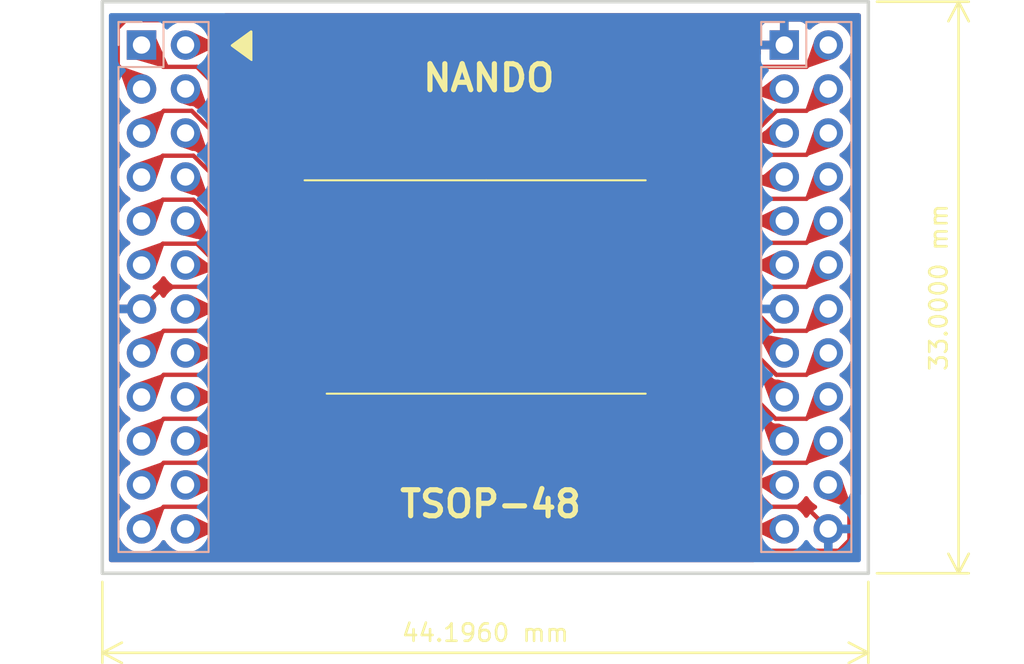
<source format=kicad_pcb>
(kicad_pcb (version 20221018) (generator pcbnew)
  (layers (0 "F.Cu" signal) (31 "B.Cu" signal) (34 "B.Paste" user) (35 "F.Paste" user) (36 "B.SilkS" user "B.Silkscreen") (37 "F.SilkS" user "F.Silkscreen") (38 "B.Mask" user) (39 "F.Mask" user) (44 "Edge.Cuts" user))
  (net 0 "")
  (net 1 "Net-(J1-Pin_1)")
  (net 2 "Net-(J1-Pin_2)")
  (net 3 "Net-(J1-Pin_3)")
  (net 4 "Net-(J1-Pin_4)")
  (net 5 "Net-(J1-Pin_5)")
  (net 6 "Net-(J1-Pin_6)")
  (net 7 "Net-(J1-Pin_7)")
  (net 8 "Net-(J1-Pin_8)")
  (net 9 "Net-(J1-Pin_9)")
  (net 10 "Net-(J1-Pin_10)")
  (net 11 "Net-(J1-Pin_11)")
  (net 12 "Net-(J1-Pin_12)")
  (net 13 "GND")
  (net 14 "Net-(J1-Pin_14)")
  (net 15 "Net-(J1-Pin_15)")
  (net 16 "Net-(J1-Pin_16)")
  (net 17 "Net-(J1-Pin_17)")
  (net 18 "Net-(J1-Pin_18)")
  (net 19 "Net-(J1-Pin_19)")
  (net 20 "Net-(J1-Pin_20)")
  (net 21 "Net-(J1-Pin_21)")
  (net 22 "Net-(J1-Pin_22)")
  (net 23 "Net-(J1-Pin_23)")
  (net 24 "Net-(J1-Pin_24)")
  (net 25 "Net-(J2-Pin_26)")
  (net 26 "Net-(J2-Pin_27)")
  (net 27 "Net-(J2-Pin_28)")
  (net 28 "Net-(J2-Pin_29)")
  (net 29 "Net-(J2-Pin_30)")
  (net 30 "Net-(J2-Pin_31)")
  (net 31 "Net-(J2-Pin_32)")
  (net 32 "Net-(J2-Pin_33)")
  (net 33 "Net-(J2-Pin_34)")
  (net 34 "Net-(J2-Pin_35)")
  (net 35 "Net-(J2-Pin_37)")
  (net 36 "Net-(J2-Pin_38)")
  (net 37 "Net-(J2-Pin_39)")
  (net 38 "Net-(J2-Pin_40)")
  (net 39 "Net-(J2-Pin_41)")
  (net 40 "Net-(J2-Pin_42)")
  (net 41 "Net-(J2-Pin_43)")
  (net 42 "Net-(J2-Pin_44)")
  (net 43 "Net-(J2-Pin_45)")
  (net 44 "Net-(J2-Pin_46)")
  (net 45 "Net-(J2-Pin_47)")
  (footprint "Package_SO:TSOP-I-48_18.4x12mm_P0.5mm" (layer "F.Cu") (at 156.78 93.49)
    (fp_text reference "P1" hide)
    (fp_text value "TSOP-48")
    (fp_line (start 0 -6.16) (end -10.475 -6.16) (stroke (width 0.12)) (layer "F.SilkS"))
    (fp_line (start 0 -6.16) (end 9.2 -6.16) (stroke (width 0.12)) (layer "F.SilkS"))
    (fp_line (start 0 6.16) (end -9.2 6.16) (stroke (width 0.12)) (layer "F.SilkS"))
    (fp_line (start 0 6.16) (end 9.2 6.16) (stroke (width 0.12)) (layer "F.SilkS"))
    (pad "1" smd roundrect (at -9.6875 -5.75) (size 1.575 0.3) (layers "F.Cu" "F.Paste" "F.Mask") (net 1 "Net-(J1-Pin_1)"))
    (pad "2" smd roundrect (at -9.6875 -5.25) (size 1.575 0.3) (layers "F.Cu" "F.Paste" "F.Mask") (net 2 "Net-(J1-Pin_2)"))
    (pad "3" smd roundrect (at -9.6875 -4.75) (size 1.575 0.3) (layers "F.Cu" "F.Paste" "F.Mask") (net 3 "Net-(J1-Pin_3)"))
    (pad "4" smd roundrect (at -9.6875 -4.25) (size 1.575 0.3) (layers "F.Cu" "F.Paste" "F.Mask") (net 4 "Net-(J1-Pin_4)"))
    (pad "5" smd roundrect (at -9.6875 -3.75) (size 1.575 0.3) (layers "F.Cu" "F.Paste" "F.Mask") (net 5 "Net-(J1-Pin_5)"))
    (pad "6" smd roundrect (at -9.6875 -3.25) (size 1.575 0.3) (layers "F.Cu" "F.Paste" "F.Mask") (net 6 "Net-(J1-Pin_6)"))
    (pad "7" smd roundrect (at -9.6875 -2.75) (size 1.575 0.3) (layers "F.Cu" "F.Paste" "F.Mask") (net 7 "Net-(J1-Pin_7)"))
    (pad "8" smd roundrect (at -9.6875 -2.25) (size 1.575 0.3) (layers "F.Cu" "F.Paste" "F.Mask") (net 8 "Net-(J1-Pin_8)"))
    (pad "9" smd roundrect (at -9.6875 -1.75) (size 1.575 0.3) (layers "F.Cu" "F.Paste" "F.Mask") (net 9 "Net-(J1-Pin_9)"))
    (pad "10" smd roundrect (at -9.6875 -1.25) (size 1.575 0.3) (layers "F.Cu" "F.Paste" "F.Mask") (net 10 "Net-(J1-Pin_10)"))
    (pad "11" smd roundrect (at -9.6875 -0.75) (size 1.575 0.3) (layers "F.Cu" "F.Paste" "F.Mask") (net 11 "Net-(J1-Pin_11)"))
    (pad "12" smd roundrect (at -9.6875 -0.25) (size 1.575 0.3) (layers "F.Cu" "F.Paste" "F.Mask") (net 12 "Net-(J1-Pin_12)"))
    (pad "13" smd roundrect (at -9.6875 0.25) (size 1.575 0.3) (layers "F.Cu" "F.Paste" "F.Mask") (net 13 "GND"))
    (pad "14" smd roundrect (at -9.6875 0.75) (size 1.575 0.3) (layers "F.Cu" "F.Paste" "F.Mask") (net 14 "Net-(J1-Pin_14)"))
    (pad "15" smd roundrect (at -9.6875 1.25) (size 1.575 0.3) (layers "F.Cu" "F.Paste" "F.Mask") (net 15 "Net-(J1-Pin_15)"))
    (pad "16" smd roundrect (at -9.6875 1.75) (size 1.575 0.3) (layers "F.Cu" "F.Paste" "F.Mask") (net 16 "Net-(J1-Pin_16)"))
    (pad "17" smd roundrect (at -9.6875 2.25) (size 1.575 0.3) (layers "F.Cu" "F.Paste" "F.Mask") (net 17 "Net-(J1-Pin_17)"))
    (pad "18" smd roundrect (at -9.6875 2.75) (size 1.575 0.3) (layers "F.Cu" "F.Paste" "F.Mask") (net 18 "Net-(J1-Pin_18)"))
    (pad "19" smd roundrect (at -9.6875 3.25) (size 1.575 0.3) (layers "F.Cu" "F.Paste" "F.Mask") (net 19 "Net-(J1-Pin_19)"))
    (pad "20" smd roundrect (at -9.6875 3.75) (size 1.575 0.3) (layers "F.Cu" "F.Paste" "F.Mask") (net 20 "Net-(J1-Pin_20)"))
    (pad "21" smd roundrect (at -9.6875 4.25) (size 1.575 0.3) (layers "F.Cu" "F.Paste" "F.Mask") (net 21 "Net-(J1-Pin_21)"))
    (pad "22" smd roundrect (at -9.6875 4.75) (size 1.575 0.3) (layers "F.Cu" "F.Paste" "F.Mask") (net 22 "Net-(J1-Pin_22)"))
    (pad "23" smd roundrect (at -9.6875 5.25) (size 1.575 0.3) (layers "F.Cu" "F.Paste" "F.Mask") (net 23 "Net-(J1-Pin_23)"))
    (pad "24" smd roundrect (at -9.6875 5.75) (size 1.575 0.3) (layers "F.Cu" "F.Paste" "F.Mask") (net 24 "Net-(J1-Pin_24)"))
    (pad "25" smd roundrect (at 9.6875 5.75) (size 1.575 0.3) (layers "F.Cu" "F.Paste" "F.Mask") (net 13 "GND"))
    (pad "26" smd roundrect (at 9.6875 5.25) (size 1.575 0.3) (layers "F.Cu" "F.Paste" "F.Mask") (net 25 "Net-(J2-Pin_26)"))
    (pad "27" smd roundrect (at 9.6875 4.75) (size 1.575 0.3) (layers "F.Cu" "F.Paste" "F.Mask") (net 26 "Net-(J2-Pin_27)"))
    (pad "28" smd roundrect (at 9.6875 4.25) (size 1.575 0.3) (layers "F.Cu" "F.Paste" "F.Mask") (net 27 "Net-(J2-Pin_28)"))
    (pad "29" smd roundrect (at 9.6875 3.75) (size 1.575 0.3) (layers "F.Cu" "F.Paste" "F.Mask") (net 28 "Net-(J2-Pin_29)"))
    (pad "30" smd roundrect (at 9.6875 3.25) (size 1.575 0.3) (layers "F.Cu" "F.Paste" "F.Mask") (net 29 "Net-(J2-Pin_30)"))
    (pad "31" smd roundrect (at 9.6875 2.75) (size 1.575 0.3) (layers "F.Cu" "F.Paste" "F.Mask") (net 30 "Net-(J2-Pin_31)"))
    (pad "32" smd roundrect (at 9.6875 2.25) (size 1.575 0.3) (layers "F.Cu" "F.Paste" "F.Mask") (net 31 "Net-(J2-Pin_32)"))
    (pad "33" smd roundrect (at 9.6875 1.75) (size 1.575 0.3) (layers "F.Cu" "F.Paste" "F.Mask") (net 32 "Net-(J2-Pin_33)"))
    (pad "34" smd roundrect (at 9.6875 1.25) (size 1.575 0.3) (layers "F.Cu" "F.Paste" "F.Mask") (net 33 "Net-(J2-Pin_34)"))
    (pad "35" smd roundrect (at 9.6875 0.75) (size 1.575 0.3) (layers "F.Cu" "F.Paste" "F.Mask") (net 34 "Net-(J2-Pin_35)"))
    (pad "36" smd roundrect (at 9.6875 0.25) (size 1.575 0.3) (layers "F.Cu" "F.Paste" "F.Mask") (net 13 "GND"))
    (pad "37" smd roundrect (at 9.6875 -0.25) (size 1.575 0.3) (layers "F.Cu" "F.Paste" "F.Mask") (net 35 "Net-(J2-Pin_37)"))
    (pad "38" smd roundrect (at 9.6875 -0.75) (size 1.575 0.3) (layers "F.Cu" "F.Paste" "F.Mask") (net 36 "Net-(J2-Pin_38)"))
    (pad "39" smd roundrect (at 9.6875 -1.25) (size 1.575 0.3) (layers "F.Cu" "F.Paste" "F.Mask") (net 37 "Net-(J2-Pin_39)"))
    (pad "40" smd roundrect (at 9.6875 -1.75) (size 1.575 0.3) (layers "F.Cu" "F.Paste" "F.Mask") (net 38 "Net-(J2-Pin_40)"))
    (pad "41" smd roundrect (at 9.6875 -2.25) (size 1.575 0.3) (layers "F.Cu" "F.Paste" "F.Mask") (net 39 "Net-(J2-Pin_41)"))
    (pad "42" smd roundrect (at 9.6875 -2.75) (size 1.575 0.3) (layers "F.Cu" "F.Paste" "F.Mask") (net 40 "Net-(J2-Pin_42)"))
    (pad "43" smd roundrect (at 9.6875 -3.25) (size 1.575 0.3) (layers "F.Cu" "F.Paste" "F.Mask") (net 41 "Net-(J2-Pin_43)"))
    (pad "44" smd roundrect (at 9.6875 -3.75) (size 1.575 0.3) (layers "F.Cu" "F.Paste" "F.Mask") (net 42 "Net-(J2-Pin_44)"))
    (pad "45" smd roundrect (at 9.6875 -4.25) (size 1.575 0.3) (layers "F.Cu" "F.Paste" "F.Mask") (net 43 "Net-(J2-Pin_45)"))
    (pad "46" smd roundrect (at 9.6875 -4.75) (size 1.575 0.3) (layers "F.Cu" "F.Paste" "F.Mask") (net 44 "Net-(J2-Pin_46)"))
    (pad "47" smd roundrect (at 9.6875 -5.25) (size 1.575 0.3) (layers "F.Cu" "F.Paste" "F.Mask") (net 45 "Net-(J2-Pin_47)"))
    (pad "48" smd roundrect (at 9.6875 -5.75) (size 1.575 0.3) (layers "F.Cu" "F.Paste" "F.Mask") (net 13 "GND"))
  )
  (footprint "lib_fp:PinSocket_2x12_P2.54mm_Vertical_2" (layer "B.Cu") (at 173.978 79.52 180)
    (fp_text reference "J2" hide)
    (fp_text value "Conn_02x12_Odd_Even_2")
    (fp_line (start -3.87 -29.27) (end 1.33 -29.27) (stroke (width 0.12)) (layer "B.SilkS"))
    (fp_line (start -3.87 1.33) (end -3.87 -29.27) (stroke (width 0.12)) (layer "B.SilkS"))
    (fp_line (start -3.87 1.33) (end -1.27 1.33) (stroke (width 0.12)) (layer "B.SilkS"))
    (fp_line (start -1.27 -1.27) (end 1.33 -1.27) (stroke (width 0.12)) (layer "B.SilkS"))
    (fp_line (start -1.27 1.33) (end -1.27 -1.27) (stroke (width 0.12)) (layer "B.SilkS"))
    (fp_line (start 0 1.33) (end 1.33 1.33) (stroke (width 0.12)) (layer "B.SilkS"))
    (fp_line (start 1.33 -1.27) (end 1.33 -29.27) (stroke (width 0.12)) (layer "B.SilkS"))
    (fp_line (start 1.33 1.33) (end 1.33 0) (stroke (width 0.12)) (layer "B.SilkS"))
    (pad "25" thru_hole oval (at -2.54 -27.94 180) (size 1.7 1.7) (drill 1) (layers "*.Cu" "*.Mask") (net 13 "GND"))
    (pad "26" thru_hole oval (at 0 -27.94 180) (size 1.7 1.7) (drill 1) (layers "*.Cu" "*.Mask") (net 25 "Net-(J2-Pin_26)"))
    (pad "27" thru_hole oval (at -2.54 -25.4 180) (size 1.7 1.7) (drill 1) (layers "*.Cu" "*.Mask") (net 26 "Net-(J2-Pin_27)"))
    (pad "28" thru_hole oval (at 0 -25.4 180) (size 1.7 1.7) (drill 1) (layers "*.Cu" "*.Mask") (net 27 "Net-(J2-Pin_28)"))
    (pad "29" thru_hole oval (at -2.54 -22.86 180) (size 1.7 1.7) (drill 1) (layers "*.Cu" "*.Mask") (net 28 "Net-(J2-Pin_29)"))
    (pad "30" thru_hole oval (at 0 -22.86 180) (size 1.7 1.7) (drill 1) (layers "*.Cu" "*.Mask") (net 29 "Net-(J2-Pin_30)"))
    (pad "31" thru_hole oval (at -2.54 -20.32 180) (size 1.7 1.7) (drill 1) (layers "*.Cu" "*.Mask") (net 30 "Net-(J2-Pin_31)"))
    (pad "32" thru_hole oval (at 0 -20.32 180) (size 1.7 1.7) (drill 1) (layers "*.Cu" "*.Mask") (net 31 "Net-(J2-Pin_32)"))
    (pad "33" thru_hole oval (at -2.54 -17.78 180) (size 1.7 1.7) (drill 1) (layers "*.Cu" "*.Mask") (net 32 "Net-(J2-Pin_33)"))
    (pad "34" thru_hole oval (at 0 -17.78 180) (size 1.7 1.7) (drill 1) (layers "*.Cu" "*.Mask") (net 33 "Net-(J2-Pin_34)"))
    (pad "35" thru_hole oval (at -2.54 -15.24 180) (size 1.7 1.7) (drill 1) (layers "*.Cu" "*.Mask") (net 34 "Net-(J2-Pin_35)"))
    (pad "36" thru_hole oval (at 0 -15.24 180) (size 1.7 1.7) (drill 1) (layers "*.Cu" "*.Mask") (net 13 "GND"))
    (pad "37" thru_hole oval (at -2.54 -12.7 180) (size 1.7 1.7) (drill 1) (layers "*.Cu" "*.Mask") (net 35 "Net-(J2-Pin_37)"))
    (pad "38" thru_hole oval (at 0 -12.7 180) (size 1.7 1.7) (drill 1) (layers "*.Cu" "*.Mask") (net 36 "Net-(J2-Pin_38)"))
    (pad "39" thru_hole oval (at -2.54 -10.16 180) (size 1.7 1.7) (drill 1) (layers "*.Cu" "*.Mask") (net 37 "Net-(J2-Pin_39)"))
    (pad "40" thru_hole oval (at 0 -10.16 180) (size 1.7 1.7) (drill 1) (layers "*.Cu" "*.Mask") (net 38 "Net-(J2-Pin_40)"))
    (pad "41" thru_hole oval (at -2.54 -7.62 180) (size 1.7 1.7) (drill 1) (layers "*.Cu" "*.Mask") (net 39 "Net-(J2-Pin_41)"))
    (pad "42" thru_hole oval (at 0 -7.62 180) (size 1.7 1.7) (drill 1) (layers "*.Cu" "*.Mask") (net 40 "Net-(J2-Pin_42)"))
    (pad "43" thru_hole oval (at -2.54 -5.08 180) (size 1.7 1.7) (drill 1) (layers "*.Cu" "*.Mask") (net 41 "Net-(J2-Pin_43)"))
    (pad "44" thru_hole oval (at 0 -5.08 180) (size 1.7 1.7) (drill 1) (layers "*.Cu" "*.Mask") (net 42 "Net-(J2-Pin_44)"))
    (pad "45" thru_hole oval (at -2.54 -2.54 180) (size 1.7 1.7) (drill 1) (layers "*.Cu" "*.Mask") (net 43 "Net-(J2-Pin_45)"))
    (pad "46" thru_hole oval (at 0 -2.54 180) (size 1.7 1.7) (drill 1) (layers "*.Cu" "*.Mask") (net 44 "Net-(J2-Pin_46)"))
    (pad "47" thru_hole oval (at -2.54 0 180) (size 1.7 1.7) (drill 1) (layers "*.Cu" "*.Mask") (net 45 "Net-(J2-Pin_47)"))
    (pad "48" thru_hole rect (at 0 0 180) (size 1.7 1.7) (drill 1) (layers "*.Cu" "*.Mask") (net 13 "GND"))
  )
  (footprint "Connector_PinSocket_2.54mm:PinSocket_2x12_P2.54mm_Vertical" (layer "B.Cu") (at 136.894 79.52 180)
    (fp_text reference "J1" hide)
    (fp_text value "Conn_02x12_Odd_Even_1")
    (fp_line (start -3.87 -29.27) (end 1.33 -29.27) (stroke (width 0.12)) (layer "B.SilkS"))
    (fp_line (start -3.87 1.33) (end -3.87 -29.27) (stroke (width 0.12)) (layer "B.SilkS"))
    (fp_line (start -3.87 1.33) (end -1.27 1.33) (stroke (width 0.12)) (layer "B.SilkS"))
    (fp_line (start -1.27 -1.27) (end 1.33 -1.27) (stroke (width 0.12)) (layer "B.SilkS"))
    (fp_line (start -1.27 1.33) (end -1.27 -1.27) (stroke (width 0.12)) (layer "B.SilkS"))
    (fp_line (start 0 1.33) (end 1.33 1.33) (stroke (width 0.12)) (layer "B.SilkS"))
    (fp_line (start 1.33 -1.27) (end 1.33 -29.27) (stroke (width 0.12)) (layer "B.SilkS"))
    (fp_line (start 1.33 1.33) (end 1.33 0) (stroke (width 0.12)) (layer "B.SilkS"))
    (pad "1" thru_hole rect (at 0 0 180) (size 1.7 1.7) (drill 1) (layers "*.Cu" "*.Mask") (net 1 "Net-(J1-Pin_1)"))
    (pad "2" thru_hole oval (at -2.54 0 180) (size 1.7 1.7) (drill 1) (layers "*.Cu" "*.Mask") (net 2 "Net-(J1-Pin_2)"))
    (pad "3" thru_hole oval (at 0 -2.54 180) (size 1.7 1.7) (drill 1) (layers "*.Cu" "*.Mask") (net 3 "Net-(J1-Pin_3)"))
    (pad "4" thru_hole oval (at -2.54 -2.54 180) (size 1.7 1.7) (drill 1) (layers "*.Cu" "*.Mask") (net 4 "Net-(J1-Pin_4)"))
    (pad "5" thru_hole oval (at 0 -5.08 180) (size 1.7 1.7) (drill 1) (layers "*.Cu" "*.Mask") (net 5 "Net-(J1-Pin_5)"))
    (pad "6" thru_hole oval (at -2.54 -5.08 180) (size 1.7 1.7) (drill 1) (layers "*.Cu" "*.Mask") (net 6 "Net-(J1-Pin_6)"))
    (pad "7" thru_hole oval (at 0 -7.62 180) (size 1.7 1.7) (drill 1) (layers "*.Cu" "*.Mask") (net 7 "Net-(J1-Pin_7)"))
    (pad "8" thru_hole oval (at -2.54 -7.62 180) (size 1.7 1.7) (drill 1) (layers "*.Cu" "*.Mask") (net 8 "Net-(J1-Pin_8)"))
    (pad "9" thru_hole oval (at 0 -10.16 180) (size 1.7 1.7) (drill 1) (layers "*.Cu" "*.Mask") (net 9 "Net-(J1-Pin_9)"))
    (pad "10" thru_hole oval (at -2.54 -10.16 180) (size 1.7 1.7) (drill 1) (layers "*.Cu" "*.Mask") (net 10 "Net-(J1-Pin_10)"))
    (pad "11" thru_hole oval (at 0 -12.7 180) (size 1.7 1.7) (drill 1) (layers "*.Cu" "*.Mask") (net 11 "Net-(J1-Pin_11)"))
    (pad "12" thru_hole oval (at -2.54 -12.7 180) (size 1.7 1.7) (drill 1) (layers "*.Cu" "*.Mask") (net 12 "Net-(J1-Pin_12)"))
    (pad "13" thru_hole oval (at 0 -15.24 180) (size 1.7 1.7) (drill 1) (layers "*.Cu" "*.Mask") (net 13 "GND"))
    (pad "14" thru_hole oval (at -2.54 -15.24 180) (size 1.7 1.7) (drill 1) (layers "*.Cu" "*.Mask") (net 14 "Net-(J1-Pin_14)"))
    (pad "15" thru_hole oval (at 0 -17.78 180) (size 1.7 1.7) (drill 1) (layers "*.Cu" "*.Mask") (net 15 "Net-(J1-Pin_15)"))
    (pad "16" thru_hole oval (at -2.54 -17.78 180) (size 1.7 1.7) (drill 1) (layers "*.Cu" "*.Mask") (net 16 "Net-(J1-Pin_16)"))
    (pad "17" thru_hole oval (at 0 -20.32 180) (size 1.7 1.7) (drill 1) (layers "*.Cu" "*.Mask") (net 17 "Net-(J1-Pin_17)"))
    (pad "18" thru_hole oval (at -2.54 -20.32 180) (size 1.7 1.7) (drill 1) (layers "*.Cu" "*.Mask") (net 18 "Net-(J1-Pin_18)"))
    (pad "19" thru_hole oval (at 0 -22.86 180) (size 1.7 1.7) (drill 1) (layers "*.Cu" "*.Mask") (net 19 "Net-(J1-Pin_19)"))
    (pad "20" thru_hole oval (at -2.54 -22.86 180) (size 1.7 1.7) (drill 1) (layers "*.Cu" "*.Mask") (net 20 "Net-(J1-Pin_20)"))
    (pad "21" thru_hole oval (at 0 -25.4 180) (size 1.7 1.7) (drill 1) (layers "*.Cu" "*.Mask") (net 21 "Net-(J1-Pin_21)"))
    (pad "22" thru_hole oval (at -2.54 -25.4 180) (size 1.7 1.7) (drill 1) (layers "*.Cu" "*.Mask") (net 22 "Net-(J1-Pin_22)"))
    (pad "23" thru_hole oval (at 0 -27.94 180) (size 1.7 1.7) (drill 1) (layers "*.Cu" "*.Mask") (net 23 "Net-(J1-Pin_23)"))
    (pad "24" thru_hole oval (at -2.54 -27.94 180) (size 1.7 1.7) (drill 1) (layers "*.Cu" "*.Mask") (net 24 "Net-(J1-Pin_24)"))
  )
  (gr_poly (pts (xy 142.1186 79.5474) (xy 143.2186 78.7474) (xy 143.2186 80.3474)) (stroke (width 0.15)) (fill solid) (layer "F.SilkS"))
  (gr_line (start 134.6334 110.02) (end 178.8294 110.02) (stroke (width 0.2)) (layer "Edge.Cuts"))
  (gr_line (start 134.6334 77.02) (end 134.6334 110.02) (stroke (width 0.2)) (layer "Edge.Cuts"))
  (gr_line (start 178.8294 77.02) (end 134.6334 77.02) (stroke (width 0.2)) (layer "Edge.Cuts"))
  (gr_line (start 178.8294 110.02) (end 178.8294 77.02) (stroke (width 0.2)) (layer "Edge.Cuts"))
  (gr_text "TSOP-48" (at 157.03 106.02) (layer "F.SilkS") (effects (font (size 1.5 1.5) (thickness 0.3))))
  (gr_text "NANDO" (at 156.93 81.42) (layer "F.SilkS") (effects (font (size 1.5 1.5) (thickness 0.3))))
  (dimension (type aligned) (layer "F.SilkS") (pts (xy 134.6334 110.02) (xy 178.8294 110.02)) (height 4.592) (gr_text "44.1960 mm" (at 156.7314 113.462) (layer "F.SilkS") (effects (font (size 1 1) (thickness 0.15)))) (format (prefix "") (suffix "") (units 3) (units_format 1) (precision 4)) (style (thickness 0.15) (arrow_length 1.27) (text_position_mode 0) (extension_height 0.58642) (extension_offset 0.5) keep_text_aligned))
  (dimension (type aligned) (layer "F.SilkS") (pts (xy 178.8294 110.02) (xy 178.8294 77.02)) (height 5.207) (gr_text "33.0000 mm" (at 182.8864 93.52 90) (layer "F.SilkS") (effects (font (size 1 1) (thickness 0.15)))) (format (prefix "") (suffix "") (units 3) (units_format 1) (precision 4)) (style (thickness 0.15) (arrow_length 1.27) (text_position_mode 0) (extension_height 0.58642) (extension_offset 0.5) keep_text_aligned))
  (segment (start 145.750396 87.74) (end 140.958 82.947604) (width 0.25) (layer "F.Cu") (net 1))
  (segment (start 140.958 81.6428) (end 140.0944 80.7792) (width 0.25) (layer "F.Cu") (net 1))
  (segment (start 138.1532 80.7792) (end 136.894 79.52) (width 0.25) (layer "F.Cu") (net 1))
  (segment (start 140.0944 80.7792) (end 138.1532 80.7792) (width 0.25) (layer "F.Cu") (net 1))
  (segment (start 140.958 82.947604) (end 140.958 81.6428) (width 0.25) (layer "F.Cu") (net 1))
  (segment (start 147.0925 87.74) (end 145.750396 87.74) (width 0.25) (layer "F.Cu") (net 1))
  (segment (start 148.5852 87.958804) (end 148.5852 86.350396) (width 0.25) (layer "F.Cu") (net 2))
  (segment (start 148.304004 88.24) (end 148.5852 87.958804) (width 0.25) (layer "F.Cu") (net 2))
  (segment (start 148.5852 86.350396) (end 141.754804 79.52) (width 0.25) (layer "F.Cu") (net 2))
  (segment (start 141.754804 79.52) (end 139.434 79.52) (width 0.25) (layer "F.Cu") (net 2))
  (segment (start 147.0925 88.24) (end 148.304004 88.24) (width 0.25) (layer "F.Cu") (net 2))
  (segment (start 135.5224 80.6884) (end 136.894 82.06) (width 0.25) (layer "F.Cu") (net 3))
  (segment (start 147.0925 88.74) (end 148.4404 88.74) (width 0.25) (layer "F.Cu") (net 3))
  (segment (start 148.4404 88.74) (end 149.0352 88.1452) (width 0.25) (layer "F.Cu") (net 3))
  (segment (start 149.0352 88.1452) (end 149.0352 86.164) (width 0.25) (layer "F.Cu") (net 3))
  (segment (start 140.958 78.0868) (end 135.9796 78.0868) (width 0.25) (layer "F.Cu") (net 3))
  (segment (start 135.9796 78.0868) (end 135.5224 78.544) (width 0.25) (layer "F.Cu") (net 3))
  (segment (start 135.5224 78.544) (end 135.5224 80.6884) (width 0.25) (layer "F.Cu") (net 3))
  (segment (start 149.0352 86.164) (end 140.958 78.0868) (width 0.25) (layer "F.Cu") (net 3))
  (segment (start 145.3776 88.0036) (end 139.434 82.06) (width 0.25) (layer "F.Cu") (net 4))
  (segment (start 145.3776 88.958) (end 145.3776 88.0036) (width 0.25) (layer "F.Cu") (net 4))
  (segment (start 147.0925 89.24) (end 145.6596 89.24) (width 0.25) (layer "F.Cu") (net 4))
  (segment (start 145.6596 89.24) (end 145.3776 88.958) (width 0.25) (layer "F.Cu") (net 4))
  (segment (start 139.7896 83.3192) (end 138.1748 83.3192) (width 0.25) (layer "F.Cu") (net 5))
  (segment (start 144.9276 89.144396) (end 144.9276 88.4572) (width 0.25) (layer "F.Cu") (net 5))
  (segment (start 144.9276 88.4572) (end 139.7896 83.3192) (width 0.25) (layer "F.Cu") (net 5))
  (segment (start 138.1748 83.3192) (end 136.894 84.6) (width 0.25) (layer "F.Cu") (net 5))
  (segment (start 147.0925 89.74) (end 145.523204 89.74) (width 0.25) (layer "F.Cu") (net 5))
  (segment (start 145.523204 89.74) (end 144.9276 89.144396) (width 0.25) (layer "F.Cu") (net 5))
  (segment (start 145.074 90.24) (end 139.434 84.6) (width 0.25) (layer "F.Cu") (net 6))
  (segment (start 147.0925 90.24) (end 145.074 90.24) (width 0.25) (layer "F.Cu") (net 6))
  (segment (start 144.7212 90.74) (end 139.8912 85.91) (width 0.25) (layer "F.Cu") (net 7))
  (segment (start 138.124 85.91) (end 136.894 87.14) (width 0.25) (layer "F.Cu") (net 7))
  (segment (start 139.8912 85.91) (end 138.124 85.91) (width 0.25) (layer "F.Cu") (net 7))
  (segment (start 147.0925 90.74) (end 144.7212 90.74) (width 0.25) (layer "F.Cu") (net 7))
  (segment (start 143.5448 91.24) (end 139.4448 87.14) (width 0.25) (layer "F.Cu") (net 8))
  (segment (start 147.0925 91.24) (end 143.5448 91.24) (width 0.25) (layer "F.Cu") (net 8))
  (segment (start 139.4448 87.14) (end 139.434 87.14) (width 0.25) (layer "F.Cu") (net 8))
  (segment (start 139.8912 88.45) (end 138.124 88.45) (width 0.25) (layer "F.Cu") (net 9))
  (segment (start 138.124 88.45) (end 136.894 89.68) (width 0.25) (layer "F.Cu") (net 9))
  (segment (start 143.1812 91.74) (end 139.8912 88.45) (width 0.25) (layer "F.Cu") (net 9))
  (segment (start 147.0925 91.74) (end 143.1812 91.74) (width 0.25) (layer "F.Cu") (net 9))
  (segment (start 139.623996 89.68) (end 139.434 89.68) (width 0.25) (layer "F.Cu") (net 10))
  (segment (start 147.0925 92.24) (end 142.183996 92.24) (width 0.25) (layer "F.Cu") (net 10))
  (segment (start 142.183996 92.24) (end 139.623996 89.68) (width 0.25) (layer "F.Cu") (net 10))
  (segment (start 140.9244 91.82) (end 140.0944 90.99) (width 0.25) (layer "F.Cu") (net 11))
  (segment (start 138.124 90.99) (end 136.894 92.22) (width 0.25) (layer "F.Cu") (net 11))
  (segment (start 140.931286 91.82) (end 140.9244 91.82) (width 0.25) (layer "F.Cu") (net 11))
  (segment (start 140.0944 90.99) (end 138.124 90.99) (width 0.25) (layer "F.Cu") (net 11))
  (segment (start 141.851286 92.74) (end 140.931286 91.82) (width 0.25) (layer "F.Cu") (net 11))
  (segment (start 147.0925 92.74) (end 141.851286 92.74) (width 0.25) (layer "F.Cu") (net 11))
  (segment (start 147.0925 93.24) (end 141.7856 93.24) (width 0.25) (layer "F.Cu") (net 12))
  (segment (start 141.7856 93.24) (end 140.7656 92.22) (width 0.25) (layer "F.Cu") (net 12))
  (segment (start 140.7656 92.22) (end 139.434 92.22) (width 0.25) (layer "F.Cu") (net 12))
  (segment (start 138.1748 93.4792) (end 136.894 94.76) (width 0.25) (layer "F.Cu") (net 13))
  (segment (start 140.704 93.4792) (end 138.1748 93.4792) (width 0.25) (layer "F.Cu") (net 13))
  (segment (start 173.189204 106.1792) (end 175.2372 106.1792) (width 0.25) (layer "F.Cu") (net 13))
  (segment (start 166.4675 99.24) (end 167.8516 99.24) (width 0.25) (layer "F.Cu") (net 13))
  (segment (start 167.195 87.74) (end 167.755 87.18) (width 0.25) (layer "F.Cu") (net 13))
  (segment (start 175.2372 106.1792) (end 176.518 107.46) (width 0.25) (layer "F.Cu") (net 13))
  (segment (start 167.755 87.18) (end 167.755 83.751) (width 0.25) (layer "F.Cu") (net 13))
  (segment (start 147.0925 93.74) (end 140.9648 93.74) (width 0.25) (layer "F.Cu") (net 13))
  (segment (start 172.795 94.76) (end 173.978 94.76) (width 0.25) (layer "F.Cu") (net 13))
  (segment (start 169.9648 102.954796) (end 173.189204 106.1792) (width 0.25) (layer "F.Cu") (net 13))
  (segment (start 166.4675 93.74) (end 171.775 93.74) (width 0.25) (layer "F.Cu") (net 13))
  (segment (start 167.8516 99.24) (end 169.9648 101.3532) (width 0.25) (layer "F.Cu") (net 13))
  (segment (start 166.4675 87.74) (end 167.195 87.74) (width 0.25) (layer "F.Cu") (net 13))
  (segment (start 167.755 83.751) (end 171.986 79.52) (width 0.25) (layer "F.Cu") (net 13))
  (segment (start 140.9648 93.74) (end 140.704 93.4792) (width 0.25) (layer "F.Cu") (net 13))
  (segment (start 169.9648 101.3532) (end 169.9648 102.954796) (width 0.25) (layer "F.Cu") (net 13))
  (segment (start 171.986 79.52) (end 173.978 79.52) (width 0.25) (layer "F.Cu") (net 13))
  (segment (start 171.775 93.74) (end 172.795 94.76) (width 0.25) (layer "F.Cu") (net 13))
  (segment (start 147.0925 94.24) (end 144.961232 94.24) (width 0.25) (layer "F.Cu") (net 14))
  (segment (start 144.961232 94.24) (end 144.441232 94.76) (width 0.25) (layer "F.Cu") (net 14))
  (segment (start 144.441232 94.76) (end 139.434 94.76) (width 0.25) (layer "F.Cu") (net 14))
  (segment (start 143.818428 96.0192) (end 138.1748 96.0192) (width 0.25) (layer "F.Cu") (net 15))
  (segment (start 147.0925 94.74) (end 145.097628 94.74) (width 0.25) (layer "F.Cu") (net 15))
  (segment (start 145.097628 94.74) (end 143.818428 96.0192) (width 0.25) (layer "F.Cu") (net 15))
  (segment (start 138.1748 96.0192) (end 136.894 97.3) (width 0.25) (layer "F.Cu") (net 15))
  (segment (start 147.0925 95.24) (end 145.234024 95.24) (width 0.25) (layer "F.Cu") (net 16))
  (segment (start 145.234024 95.24) (end 143.174024 97.3) (width 0.25) (layer "F.Cu") (net 16))
  (segment (start 143.174024 97.3) (end 139.434 97.3) (width 0.25) (layer "F.Cu") (net 16))
  (segment (start 138.1748 98.5592) (end 136.894 99.84) (width 0.25) (layer "F.Cu") (net 17))
  (segment (start 147.0925 95.74) (end 145.37042 95.74) (width 0.25) (layer "F.Cu") (net 17))
  (segment (start 145.37042 95.74) (end 142.55122 98.5592) (width 0.25) (layer "F.Cu") (net 17))
  (segment (start 142.55122 98.5592) (end 138.1748 98.5592) (width 0.25) (layer "F.Cu") (net 17))
  (segment (start 143.534 99.2852) (end 142.9792 99.84) (width 0.25) (layer "F.Cu") (net 18))
  (segment (start 143.534 98.212816) (end 143.534 99.2852) (width 0.25) (layer "F.Cu") (net 18))
  (segment (start 147.0925 96.24) (end 145.506816 96.24) (width 0.25) (layer "F.Cu") (net 18))
  (segment (start 142.9792 99.84) (end 139.434 99.84) (width 0.25) (layer "F.Cu") (net 18))
  (segment (start 145.506816 96.24) (end 143.534 98.212816) (width 0.25) (layer "F.Cu") (net 18))
  (segment (start 143.984 98.399212) (end 143.984 100.434004) (width 0.25) (layer "F.Cu") (net 19))
  (segment (start 147.0925 96.74) (end 145.643212 96.74) (width 0.25) (layer "F.Cu") (net 19))
  (segment (start 138.1748 101.0992) (end 136.894 102.38) (width 0.25) (layer "F.Cu") (net 19))
  (segment (start 143.318804 101.0992) (end 138.1748 101.0992) (width 0.25) (layer "F.Cu") (net 19))
  (segment (start 145.643212 96.74) (end 143.984 98.399212) (width 0.25) (layer "F.Cu") (net 19))
  (segment (start 143.984 100.434004) (end 143.318804 101.0992) (width 0.25) (layer "F.Cu") (net 19))
  (segment (start 145.779608 97.24) (end 144.434 98.585608) (width 0.25) (layer "F.Cu") (net 20))
  (segment (start 144.434 98.585608) (end 144.434 100.6204) (width 0.25) (layer "F.Cu") (net 20))
  (segment (start 142.6744 102.38) (end 139.434 102.38) (width 0.25) (layer "F.Cu") (net 20))
  (segment (start 144.434 100.6204) (end 142.6744 102.38) (width 0.25) (layer "F.Cu") (net 20))
  (segment (start 147.0925 97.24) (end 145.779608 97.24) (width 0.25) (layer "F.Cu") (net 20))
  (segment (start 144.884 98.772004) (end 144.884 101.7452) (width 0.25) (layer "F.Cu") (net 21))
  (segment (start 147.0925 97.74) (end 145.916004 97.74) (width 0.25) (layer "F.Cu") (net 21))
  (segment (start 142.99 103.6392) (end 138.1748 103.6392) (width 0.25) (layer "F.Cu") (net 21))
  (segment (start 138.1748 103.6392) (end 136.894 104.92) (width 0.25) (layer "F.Cu") (net 21))
  (segment (start 144.884 101.7452) (end 142.99 103.6392) (width 0.25) (layer "F.Cu") (net 21))
  (segment (start 145.916004 97.74) (end 144.884 98.772004) (width 0.25) (layer "F.Cu") (net 21))
  (segment (start 146.0524 98.24) (end 145.334 98.9584) (width 0.25) (layer "F.Cu") (net 22))
  (segment (start 147.0925 98.24) (end 146.0524 98.24) (width 0.25) (layer "F.Cu") (net 22))
  (segment (start 145.334 98.9584) (end 145.334 102.5144) (width 0.25) (layer "F.Cu") (net 22))
  (segment (start 145.334 102.5144) (end 142.9284 104.92) (width 0.25) (layer "F.Cu") (net 22))
  (segment (start 142.9284 104.92) (end 139.434 104.92) (width 0.25) (layer "F.Cu") (net 22))
  (segment (start 142.736 106.1792) (end 138.1748 106.1792) (width 0.25) (layer "F.Cu") (net 23))
  (segment (start 138.1748 106.1792) (end 136.894 107.46) (width 0.25) (layer "F.Cu") (net 23))
  (segment (start 146.205 98.74) (end 145.784 99.161) (width 0.25) (layer "F.Cu") (net 23))
  (segment (start 145.784 103.1312) (end 142.736 106.1792) (width 0.25) (layer "F.Cu") (net 23))
  (segment (start 147.0925 98.74) (end 146.205 98.74) (width 0.25) (layer "F.Cu") (net 23))
  (segment (start 145.784 99.161) (end 145.784 103.1312) (width 0.25) (layer "F.Cu") (net 23))
  (segment (start 148.2936 99.24) (end 148.7304 99.6768) (width 0.25) (layer "F.Cu") (net 24))
  (segment (start 147.0925 99.24) (end 148.2936 99.24) (width 0.25) (layer "F.Cu") (net 24))
  (segment (start 148.7304 101.5818) (end 142.8522 107.46) (width 0.25) (layer "F.Cu") (net 24))
  (segment (start 148.7304 99.6768) (end 148.7304 101.5818) (width 0.25) (layer "F.Cu") (net 24))
  (segment (start 142.8522 107.46) (end 139.434 107.46) (width 0.25) (layer "F.Cu") (net 24))
  (segment (start 165.0308 99.34349) (end 165.0308 100.45231) (width 0.25) (layer "F.Cu") (net 25))
  (segment (start 172.03849 107.46) (end 173.978 107.46) (width 0.25) (layer "F.Cu") (net 25))
  (segment (start 165.0308 100.45231) (end 172.03849 107.46) (width 0.25) (layer "F.Cu") (net 25))
  (segment (start 166.4675 98.74) (end 165.63429 98.74) (width 0.25) (layer "F.Cu") (net 25))
  (segment (start 165.63429 98.74) (end 165.0308 99.34349) (width 0.25) (layer "F.Cu") (net 25))
  (segment (start 165.568604 98.24) (end 164.6308 99.177804) (width 0.25) (layer "F.Cu") (net 26))
  (segment (start 172.732004 108.7192) (end 177.1276 108.7192) (width 0.25) (layer "F.Cu") (net 26))
  (segment (start 164.6308 100.617996) (end 172.732004 108.7192) (width 0.25) (layer "F.Cu") (net 26))
  (segment (start 177.7372 108.1096) (end 177.7372 106.1392) (width 0.25) (layer "F.Cu") (net 26))
  (segment (start 177.1276 108.7192) (end 177.7372 108.1096) (width 0.25) (layer "F.Cu") (net 26))
  (segment (start 164.6308 99.177804) (end 164.6308 100.617996) (width 0.25) (layer "F.Cu") (net 26))
  (segment (start 177.7372 106.1392) (end 176.518 104.92) (width 0.25) (layer "F.Cu") (net 26))
  (segment (start 166.4675 98.24) (end 165.568604 98.24) (width 0.25) (layer "F.Cu") (net 26))
  (segment (start 172.5664 104.92) (end 173.978 104.92) (width 0.25) (layer "F.Cu") (net 27))
  (segment (start 166.4675 97.74) (end 167.355 97.74) (width 0.25) (layer "F.Cu") (net 27))
  (segment (start 170.4148 102.7684) (end 172.5664 104.92) (width 0.25) (layer "F.Cu") (net 27))
  (segment (start 170.4148 100.7998) (end 170.4148 102.7684) (width 0.25) (layer "F.Cu") (net 27))
  (segment (start 167.355 97.74) (end 170.4148 100.7998) (width 0.25) (layer "F.Cu") (net 27))
  (segment (start 175.2588 103.6392) (end 176.518 102.38) (width 0.25) (layer "F.Cu") (net 28))
  (segment (start 167.8836 97.24) (end 170.8648 100.2212) (width 0.25) (layer "F.Cu") (net 28))
  (segment (start 170.8648 101.6436) (end 172.8604 103.6392) (width 0.25) (layer "F.Cu") (net 28))
  (segment (start 170.8648 100.2212) (end 170.8648 101.6436) (width 0.25) (layer "F.Cu") (net 28))
  (segment (start 166.4675 97.24) (end 167.8836 97.24) (width 0.25) (layer "F.Cu") (net 28))
  (segment (start 172.8604 103.6392) (end 175.2588 103.6392) (width 0.25) (layer "F.Cu") (net 28))
  (segment (start 168.338 96.74) (end 173.978 102.38) (width 0.25) (layer "F.Cu") (net 29))
  (segment (start 166.4675 96.74) (end 168.338 96.74) (width 0.25) (layer "F.Cu") (net 29))
  (segment (start 173.47 101.0992) (end 175.2588 101.0992) (width 0.25) (layer "F.Cu") (net 30))
  (segment (start 175.2588 101.0992) (end 176.518 99.84) (width 0.25) (layer "F.Cu") (net 30))
  (segment (start 168.6108 96.24) (end 173.47 101.0992) (width 0.25) (layer "F.Cu") (net 30))
  (segment (start 166.4675 96.24) (end 168.6108 96.24) (width 0.25) (layer "F.Cu") (net 30))
  (segment (start 166.4675 95.74) (end 169.838 95.74) (width 0.25) (layer "F.Cu") (net 31))
  (segment (start 173.938 99.84) (end 173.978 99.84) (width 0.25) (layer "F.Cu") (net 31))
  (segment (start 169.838 95.74) (end 173.938 99.84) (width 0.25) (layer "F.Cu") (net 31))
  (segment (start 175.2588 98.5592) (end 176.518 97.3) (width 0.25) (layer "F.Cu") (net 32))
  (segment (start 166.4675 95.24) (end 170.2016 95.24) (width 0.25) (layer "F.Cu") (net 32))
  (segment (start 173.5208 98.5592) (end 175.2588 98.5592) (width 0.25) (layer "F.Cu") (net 32))
  (segment (start 170.2016 95.24) (end 173.5208 98.5592) (width 0.25) (layer "F.Cu") (net 32))
  (segment (start 171.0732 94.74) (end 173.6332 97.3) (width 0.25) (layer "F.Cu") (net 33))
  (segment (start 173.6332 97.3) (end 173.978 97.3) (width 0.25) (layer "F.Cu") (net 33))
  (segment (start 166.4675 94.74) (end 171.0732 94.74) (width 0.25) (layer "F.Cu") (net 33))
  (segment (start 166.4675 94.24) (end 171.638604 94.24) (width 0.25) (layer "F.Cu") (net 34))
  (segment (start 173.417804 96.0192) (end 175.2588 96.0192) (width 0.25) (layer "F.Cu") (net 34))
  (segment (start 171.638604 94.24) (end 173.417804 96.0192) (width 0.25) (layer "F.Cu") (net 34))
  (segment (start 175.2588 96.0192) (end 176.518 94.76) (width 0.25) (layer "F.Cu") (net 34))
  (segment (start 172.418 93.24) (end 172.6572 93.4792) (width 0.25) (layer "F.Cu") (net 35))
  (segment (start 166.4675 93.24) (end 172.418 93.24) (width 0.25) (layer "F.Cu") (net 35))
  (segment (start 175.2588 93.4792) (end 176.518 92.22) (width 0.25) (layer "F.Cu") (net 35))
  (segment (start 172.6572 93.4792) (end 175.2588 93.4792) (width 0.25) (layer "F.Cu") (net 35))
  (segment (start 172.1892 92.22) (end 173.978 92.22) (width 0.25) (layer "F.Cu") (net 36))
  (segment (start 166.4675 92.74) (end 171.6692 92.74) (width 0.25) (layer "F.Cu") (net 36))
  (segment (start 171.6692 92.74) (end 172.1892 92.22) (width 0.25) (layer "F.Cu") (net 36))
  (segment (start 170.8992 92.24) (end 172.2 90.9392) (width 0.25) (layer "F.Cu") (net 37))
  (segment (start 172.2 90.9392) (end 175.2588 90.9392) (width 0.25) (layer "F.Cu") (net 37))
  (segment (start 166.4675 92.24) (end 170.8992 92.24) (width 0.25) (layer "F.Cu") (net 37))
  (segment (start 175.2588 90.9392) (end 176.518 89.68) (width 0.25) (layer "F.Cu") (net 37))
  (segment (start 172.127096 89.68) (end 173.978 89.68) (width 0.25) (layer "F.Cu") (net 38))
  (segment (start 166.4675 91.74) (end 170.067096 91.74) (width 0.25) (layer "F.Cu") (net 38))
  (segment (start 170.067096 91.74) (end 172.127096 89.68) (width 0.25) (layer "F.Cu") (net 38))
  (segment (start 169.9307 91.24) (end 172.7715 88.3992) (width 0.25) (layer "F.Cu") (net 39))
  (segment (start 166.4675 91.24) (end 169.9307 91.24) (width 0.25) (layer "F.Cu") (net 39))
  (segment (start 172.7715 88.3992) (end 175.2588 88.3992) (width 0.25) (layer "F.Cu") (net 39))
  (segment (start 175.2588 88.3992) (end 176.518 87.14) (width 0.25) (layer "F.Cu") (net 39))
  (segment (start 166.4675 90.74) (end 169.148 90.74) (width 0.25) (layer "F.Cu") (net 40))
  (segment (start 169.148 90.74) (end 172.748 87.14) (width 0.25) (layer "F.Cu") (net 40))
  (segment (start 172.748 87.14) (end 173.978 87.14) (width 0.25) (layer "F.Cu") (net 40))
  (segment (start 175.2588 85.8592) (end 176.518 84.6) (width 0.25) (layer "F.Cu") (net 41))
  (segment (start 166.4675 90.24) (end 168.6828 90.24) (width 0.25) (layer "F.Cu") (net 41))
  (segment (start 168.6828 90.24) (end 173.0636 85.8592) (width 0.25) (layer "F.Cu") (net 41))
  (segment (start 173.0636 85.8592) (end 175.2588 85.8592) (width 0.25) (layer "F.Cu") (net 41))
  (segment (start 172.880584 84.6) (end 173.978 84.6) (width 0.25) (layer "F.Cu") (net 42))
  (segment (start 166.4675 89.74) (end 167.740584 89.74) (width 0.25) (layer "F.Cu") (net 42))
  (segment (start 167.740584 89.74) (end 172.880584 84.6) (width 0.25) (layer "F.Cu") (net 42))
  (segment (start 167.604188 89.24) (end 173.524988 83.3192) (width 0.25) (layer "F.Cu") (net 43))
  (segment (start 175.2588 83.3192) (end 176.518 82.06) (width 0.25) (layer "F.Cu") (net 43))
  (segment (start 173.524988 83.3192) (end 175.2588 83.3192) (width 0.25) (layer "F.Cu") (net 43))
  (segment (start 166.4675 89.24) (end 167.604188 89.24) (width 0.25) (layer "F.Cu") (net 43))
  (segment (start 166.4675 88.74) (end 167.467792 88.74) (width 0.25) (layer "F.Cu") (net 44))
  (segment (start 168.655 87.552792) (end 168.655 86.1022) (width 0.25) (layer "F.Cu") (net 44))
  (segment (start 172.6972 82.06) (end 173.978 82.06) (width 0.25) (layer "F.Cu") (net 44))
  (segment (start 167.467792 88.74) (end 168.655 87.552792) (width 0.25) (layer "F.Cu") (net 44))
  (segment (start 168.655 86.1022) (end 172.6972 82.06) (width 0.25) (layer "F.Cu") (net 44))
  (segment (start 166.4675 88.24) (end 167.331396 88.24) (width 0.25) (layer "F.Cu") (net 45))
  (segment (start 168.205 84.825) (end 172.2508 80.7792) (width 0.25) (layer "F.Cu") (net 45))
  (segment (start 168.205 87.366396) (end 168.205 84.825) (width 0.25) (layer "F.Cu") (net 45))
  (segment (start 172.2508 80.7792) (end 175.2588 80.7792) (width 0.25) (layer "F.Cu") (net 45))
  (segment (start 167.331396 88.24) (end 168.205 87.366396) (width 0.25) (layer "F.Cu") (net 45))
  (segment (start 175.2588 80.7792) (end 176.518 79.52) (width 0.25) (layer "F.Cu") (net 45))
  (zone (net 13) (net_name "GND") (layers "F&B.Cu") (connect_pads (clearance 0.508)) (min_thickness 0.25) (fill yes (thermal_gap 0.5) (thermal_bridge_width 0.5))
    (polygon (pts (xy 134.64 110.02) (xy 178.83 110.02) (xy 178.83 77.02) (xy 134.63 77.02)))
  )
)
</source>
